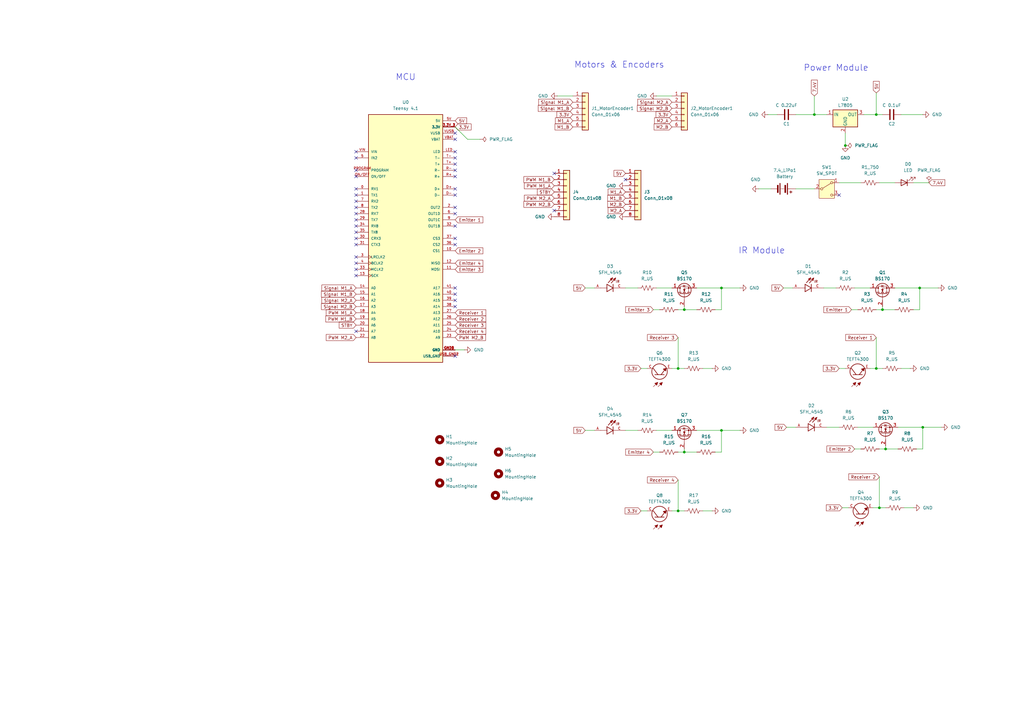
<source format=kicad_sch>
(kicad_sch (version 20250114) (generator "eeschema") (generator_version "9.0")
  (paper "A3")
  (lib_symbols
    (symbol "Connector_Generic:Conn_01x06" (pin_names (offset 1.016) (hide yes))
      (property "Reference" "J" (at 0 7.62 0))
      (property "Value" "Conn_01x06" (at 0 -10.16 0))
      (symbol "Conn_01x06_1_1"
        (pin passive line (at -5.08 5.08 0) (length 3.81) (name "Pin_1") (number "1"))
        (pin passive line (at -5.08 2.54 0) (length 3.81) (name "Pin_2") (number "2"))
        (pin passive line (at -5.08 0 0) (length 3.81) (name "Pin_3") (number "3"))
        (pin passive line (at -5.08 -2.54 0) (length 3.81) (name "Pin_4") (number "4"))
        (pin passive line (at -5.08 -5.08 0) (length 3.81) (name "Pin_5") (number "5"))
        (pin passive line (at -5.08 -7.62 0) (length 3.81) (name "Pin_6") (number "6"))
      )
    )
    (symbol "Connector_Generic:Conn_01x08" (pin_names (offset 1.016) (hide yes))
      (property "Reference" "J" (at 0 10.16 0))
      (property "Value" "Conn_01x08" (at 0 -12.7 0))
      (symbol "Conn_01x08_1_1"
        (pin passive line (at -5.08 7.62 0) (length 3.81) (name "Pin_1") (number "1"))
        (pin passive line (at -5.08 5.08 0) (length 3.81) (name "Pin_2") (number "2"))
        (pin passive line (at -5.08 2.54 0) (length 3.81) (name "Pin_3") (number "3"))
        (pin passive line (at -5.08 0 0) (length 3.81) (name "Pin_4") (number "4"))
        (pin passive line (at -5.08 -2.54 0) (length 3.81) (name "Pin_5") (number "5"))
        (pin passive line (at -5.08 -5.08 0) (length 3.81) (name "Pin_6") (number "6"))
        (pin passive line (at -5.08 -7.62 0) (length 3.81) (name "Pin_7") (number "7"))
        (pin passive line (at -5.08 -10.16 0) (length 3.81) (name "Pin_8") (number "8"))
      )
    )
    (symbol "Device:Battery" (pin_numbers (hide yes)) (pin_names (offset 0) (hide yes))
      (property "Reference" "BT" (at 2.54 2.54 0))
      (property "Value" "Battery" (at 2.54 0 0))
      (symbol "Battery_1_1"
        (pin passive line (at 0 5.08 270) (length 2.54) (name "+") (number "1"))
        (pin passive line (at 0 -5.08 90) (length 2.54) (name "-") (number "2"))
      )
    )
    (symbol "Device:C" (pin_numbers (hide yes)) (pin_names (offset 0.254))
      (property "Reference" "C" (at 0.635 2.54 0))
      (property "Value" "C" (at 0.635 -2.54 0))
      (symbol "C_1_1"
        (pin passive line (at 0 3.81 270) (length 2.794) (name "~") (number "1"))
        (pin passive line (at 0 -3.81 90) (length 2.794) (name "~") (number "2"))
      )
    )
    (symbol "Device:LED" (pin_numbers (hide yes)) (pin_names (offset 1.016) (hide yes))
      (property "Reference" "D" (at 0 2.54 0))
      (property "Value" "LED" (at 0 -2.54 0))
      (symbol "LED_1_1"
        (pin passive line (at -3.81 0 0) (length 2.54) (name "K") (number "1"))
        (pin passive line (at 3.81 0 180) (length 2.54) (name "A") (number "2"))
      )
    )
    (symbol "Device:R_US" (pin_numbers (hide yes)) (pin_names (offset 0))
      (property "Reference" "R" (at 2.54 0 90))
      (property "Value" "R_US" (at -2.54 0 90))
      (symbol "R_US_1_1"
        (pin passive line (at 0 3.81 270) (length 1.27) (name "~") (number "1"))
        (pin passive line (at 0 -3.81 90) (length 1.27) (name "~") (number "2"))
      )
    )
    (symbol "Mechanical:MountingHole" (pin_names (offset 1.016)) (in_bom no)
      (property "Reference" "H" (at 0 5.08 0))
      (property "Value" "MountingHole" (at 0 3.175 0))
    )
    (symbol "Regulator_Linear:L7805" (pin_names (offset 0.254))
      (property "Reference" "U" (at -3.81 3.175 0))
      (property "Value" "L7805" (at 0 3.175 0))
      (symbol "L7805_1_1"
        (pin power_in line (at -7.62 0 0) (length 2.54) (name "IN") (number "1"))
        (pin power_in line (at 0 -7.62 90) (length 2.54) (name "GND") (number "2"))
        (pin power_out line (at 7.62 0 180) (length 2.54) (name "OUT") (number "3"))
      )
    )
    (symbol "SFH_4545:SFH_4545" (pin_names (offset 1.016))
      (property "Reference" "D" (at -3.556 4.826 0))
      (property "Value" "SFH_4545" (at -3.556 -3.302 0))
      (symbol "SFH_4545_0_0"
        (text "IR" (at 1.016 2.032 0) (effects (font (size 1.016 1.016)) (justify left bottom)))
        (pin passive line (at -7.62 0 0) (length 2.54) (name "~") (number "A"))
        (pin passive line (at 5.08 0 180) (length 5.08) (name "~") (number "C"))
      )
    )
    (symbol "Switch:SW_SPDT" (pin_names (offset 0) (hide yes))
      (property "Reference" "SW" (at 0 5.08 0))
      (property "Value" "SW_SPDT" (at 0 -5.08 0))
      (symbol "SW_SPDT_1_1"
        (pin passive line (at -5.08 0 0) (length 2.54) (name "B") (number "2"))
        (pin passive line (at 5.08 2.54 180) (length 2.54) (name "A") (number "1"))
        (pin passive line (at 5.08 -2.54 180) (length 2.54) (name "C") (number "3"))
      )
    )
    (symbol "TEFT4300:TEFT4300" (pin_names (offset 1.016))
      (property "Reference" "Q" (at -10.1556 5.0822 0))
      (property "Value" "TEFT4300" (at -10.1508 -7.62 0))
      (symbol "TEFT4300_0_0"
        (pin passive line (at 2.54 5.08 270) (length 2.54) (name "~") (number "C"))
        (pin passive line (at 2.54 -5.08 90) (length 2.54) (name "~") (number "E"))
      )
    )
    (symbol "Teensy 4.1:DEV-16771" (pin_names (offset 1.016))
      (property "Reference" "U" (at -15.24 52.07 0))
      (property "Value" "DEV-16771" (at -15.24 -53.34 0))
      (symbol "DEV-16771_0_0"
        (pin input line (at -20.32 35.56 0) (length 5.08) (name "VIN") (number "VIN"))
        (pin bidirectional line (at -20.32 33.02 0) (length 5.08) (name "IN2") (number "5"))
        (pin bidirectional line (at -20.32 27.94 0) (length 5.08) (name "PROGRAM") (number "PROGRAM"))
        (pin bidirectional line (at -20.32 25.4 0) (length 5.08) (name "ON/OFF") (number "ON/OFF"))
        (pin bidirectional line (at -20.32 20.32 0) (length 5.08) (name "RX1") (number "0"))
        (pin bidirectional line (at -20.32 17.78 0) (length 5.08) (name "TX1") (number "1"))
        (pin bidirectional line (at -20.32 15.24 0) (length 5.08) (name "RX2") (number "7"))
        (pin bidirectional line (at -20.32 12.7 0) (length 5.08) (name "TX2") (number "8"))
        (pin bidirectional line (at -20.32 10.16 0) (length 5.08) (name "RX7") (number "28"))
        (pin bidirectional line (at -20.32 7.62 0) (length 5.08) (name "TX7") (number "29"))
        (pin bidirectional line (at -20.32 5.08 0) (length 5.08) (name "RX8") (number "34"))
        (pin bidirectional line (at -20.32 2.54 0) (length 5.08) (name "TX8") (number "35"))
        (pin bidirectional line (at -20.32 0 0) (length 5.08) (name "CRX3") (number "30"))
        (pin bidirectional line (at -20.32 -2.54 0) (length 5.08) (name "CTX3") (number "31"))
        (pin bidirectional clock (at -20.32 -7.62 0) (length 5.08) (name "LRCLK2") (number "3"))
        (pin bidirectional clock (at -20.32 -10.16 0) (length 5.08) (name "BCLK2") (number "4"))
        (pin bidirectional clock (at -20.32 -12.7 0) (length 5.08) (name "MCLK2") (number "33"))
        (pin bidirectional clock (at -20.32 -15.24 0) (length 5.08) (name "SCK") (number "13"))
        (pin bidirectional line (at -20.32 -20.32 0) (length 5.08) (name "A0") (number "14"))
        (pin bidirectional line (at -20.32 -22.86 0) (length 5.08) (name "A1") (number "15"))
        (pin bidirectional line (at -20.32 -25.4 0) (length 5.08) (name "A2") (number "16"))
        (pin bidirectional line (at -20.32 -27.94 0) (length 5.08) (name "A3") (number "17"))
        (pin bidirectional line (at -20.32 -30.48 0) (length 5.08) (name "A4") (number "18"))
        (pin bidirectional line (at -20.32 -33.02 0) (length 5.08) (name "A5") (number "19"))
        (pin bidirectional line (at -20.32 -35.56 0) (length 5.08) (name "A6") (number "20"))
        (pin bidirectional line (at -20.32 -38.1 0) (length 5.08) (name "A7") (number "21"))
        (pin bidirectional line (at -20.32 -40.64 0) (length 5.08) (name "A8") (number "22"))
        (pin power_in line (at 20.32 48.26 180) (length 5.08) (name "5V") (number "5V"))
        (pin power_in line (at 20.32 45.72 180) (length 5.08) (name "3.3V") (number "3.3V_1"))
        (pin power_in line (at 20.32 45.72 180) (length 5.08) (name "3.3V") (number "3.3V_2"))
        (pin power_in line (at 20.32 45.72 180) (length 5.08) (name "3.3V") (number "3.3V_3"))
        (pin passive line (at 20.32 43.18 180) (length 5.08) (name "VUSB") (number "VUSB"))
        (pin passive line (at 20.32 40.64 180) (length 5.08) (name "VBAT") (number "VBAT"))
        (pin bidirectional line (at 20.32 35.56 180) (length 5.08) (name "LED") (number "LED"))
        (pin bidirectional line (at 20.32 33.02 180) (length 5.08) (name "T-") (number "T-"))
        (pin bidirectional line (at 20.32 30.48 180) (length 5.08) (name "T+") (number "T+"))
        (pin bidirectional line (at 20.32 27.94 180) (length 5.08) (name "R-") (number "R-"))
        (pin bidirectional line (at 20.32 25.4 180) (length 5.08) (name "R+") (number "R+"))
        (pin bidirectional line (at 20.32 20.32 180) (length 5.08) (name "D+") (number "D+"))
        (pin bidirectional line (at 20.32 17.78 180) (length 5.08) (name "D-") (number "D-"))
        (pin output line (at 20.32 12.7 180) (length 5.08) (name "OUT2") (number "2"))
        (pin output line (at 20.32 10.16 180) (length 5.08) (name "OUT1D") (number "6"))
        (pin output line (at 20.32 7.62 180) (length 5.08) (name "OUT1C") (number "9"))
        (pin output line (at 20.32 5.08 180) (length 5.08) (name "OUT1B") (number "32"))
        (pin bidirectional line (at 20.32 0 180) (length 5.08) (name "CS3") (number "37"))
        (pin bidirectional line (at 20.32 -2.54 180) (length 5.08) (name "CS2") (number "36"))
        (pin bidirectional line (at 20.32 -5.08 180) (length 5.08) (name "CS1") (number "10"))
        (pin bidirectional line (at 20.32 -10.16 180) (length 5.08) (name "MISO") (number "12"))
        (pin bidirectional line (at 20.32 -12.7 180) (length 5.08) (name "MOSI") (number "11"))
        (pin bidirectional line (at 20.32 -20.32 180) (length 5.08) (name "A17") (number "41"))
        (pin bidirectional line (at 20.32 -22.86 180) (length 5.08) (name "A16") (number "40"))
        (pin bidirectional line (at 20.32 -25.4 180) (length 5.08) (name "A15") (number "39"))
        (pin bidirectional line (at 20.32 -27.94 180) (length 5.08) (name "A14") (number "38"))
        (pin bidirectional line (at 20.32 -30.48 180) (length 5.08) (name "A13") (number "27"))
        (pin bidirectional line (at 20.32 -33.02 180) (length 5.08) (name "A12") (number "26"))
        (pin bidirectional line (at 20.32 -35.56 180) (length 5.08) (name "A11") (number "25"))
        (pin bidirectional line (at 20.32 -38.1 180) (length 5.08) (name "A10") (number "24"))
        (pin bidirectional line (at 20.32 -40.64 180) (length 5.08) (name "A9") (number "23"))
        (pin power_in line (at 20.32 -45.72 180) (length 5.08) (name "GND") (number "GND1"))
        (pin power_in line (at 20.32 -45.72 180) (length 5.08) (name "GND") (number "GND2"))
        (pin power_in line (at 20.32 -45.72 180) (length 5.08) (name "GND") (number "GND3"))
        (pin power_in line (at 20.32 -45.72 180) (length 5.08) (name "GND") (number "GND4"))
        (pin power_in line (at 20.32 -45.72 180) (length 5.08) (name "GND") (number "GND5"))
        (pin power_in line (at 20.32 -48.26 180) (length 5.08) (name "USB_GND") (number "USB_GND1"))
        (pin power_in line (at 20.32 -48.26 180) (length 5.08) (name "USB_GND") (number "USB_GND2"))
      )
    )
    (symbol "Transistor_FET:BS170" (pin_names (hide yes))
      (property "Reference" "Q" (at 5.08 1.905 0))
      (property "Value" "BS170" (at 5.08 0 0))
      (symbol "BS170_1_1"
        (pin input line (at -5.08 0 0) (length 2.54) (name "G") (number "2"))
        (pin passive line (at 2.54 5.08 270) (length 2.54) (name "D") (number "1"))
        (pin passive line (at 2.54 -5.08 90) (length 2.54) (name "S") (number "3"))
      )
    )
    (symbol "power:GND" (power) (pin_numbers (hide yes)) (pin_names (offset 0) (hide yes))
      (property "Value" "GND" (at 0 -3.81 0))
      (symbol "GND_1_1"
        (pin power_in line (at 0 0 270) (length 0) (name "~") (number "1"))
      )
    )
    (symbol "power:PWR_FLAG" (power) (pin_numbers (hide yes)) (pin_names (offset 0) (hide yes))
      (property "Value" "PWR_FLAG" (at 0 3.81 0))
      (symbol "PWR_FLAG_0_0"
        (pin power_out line (at 0 0 90) (length 0) (name "~") (number "1"))
      )
    )
  )
  (text "Power Module" (at 342.9 27.94 0) (effects (font (size 2.54 2.54))))
  (text "IR Module" (at 312.42 102.87 0) (effects (font (size 2.54 2.54))))
  (text "MCU" (at 166.37 31.75 0) (effects (font (size 2.54 2.54))))
  (text "Motors & Encoders\n" (at 254 26.67 0) (effects (font (size 2.54 2.54))))
  (junction (at 295.91 118.11))
  (junction (at 295.91 176.53))
  (junction (at 363.22 184.15))
  (junction (at 360.68 208.28))
  (junction (at 334.01 46.99))
  (junction (at 361.95 127))
  (junction (at 280.67 185.42))
  (junction (at 278.13 151.13))
  (junction (at 359.41 46.99))
  (junction (at 378.46 175.26))
  (junction (at 346.71 59.69))
  (junction (at 377.19 118.11))
  (junction (at 278.13 209.55))
  (junction (at 359.41 151.13))
  (junction (at 280.67 127))
  (no_connect (at 186.69 123.19))
  (no_connect (at 146.05 92.71))
  (no_connect (at 146.05 64.77))
  (no_connect (at 344.17 80.01))
  (no_connect (at 186.69 64.77))
  (no_connect (at 146.05 80.01))
  (no_connect (at 186.69 77.47))
  (no_connect (at 186.69 67.31))
  (no_connect (at 186.69 54.61))
  (no_connect (at 146.05 100.33))
  (no_connect (at 146.05 90.17))
  (no_connect (at 186.69 87.63))
  (no_connect (at 186.69 92.71))
  (no_connect (at 146.05 97.79))
  (no_connect (at 146.05 69.85))
  (no_connect (at 146.05 72.39))
  (no_connect (at 146.05 135.89))
  (no_connect (at 186.69 85.09))
  (no_connect (at 186.69 62.23))
  (no_connect (at 186.69 146.05))
  (no_connect (at 146.05 113.03))
  (no_connect (at 146.05 107.95))
  (no_connect (at 146.05 85.09))
  (no_connect (at 146.05 82.55))
  (no_connect (at 146.05 105.41))
  (no_connect (at 186.69 57.15))
  (no_connect (at 146.05 95.25))
  (no_connect (at 186.69 97.79))
  (no_connect (at 256.54 73.66))
  (no_connect (at 227.33 71.12))
  (no_connect (at 186.69 80.01))
  (no_connect (at 146.05 77.47))
  (no_connect (at 227.33 86.36))
  (no_connect (at 186.69 120.65))
  (no_connect (at 146.05 62.23))
  (no_connect (at 186.69 125.73))
  (no_connect (at 186.69 118.11))
  (no_connect (at 146.05 110.49))
  (no_connect (at 186.69 100.33))
  (no_connect (at 186.69 69.85))
  (no_connect (at 186.69 72.39))
  (no_connect (at 146.05 87.63))
  (wire (pts (xy 334.01 39.37) (xy 334.01 46.99)))
  (wire (pts (xy 270.51 185.42) (xy 267.97 185.42)))
  (wire (pts (xy 293.37 185.42) (xy 295.91 185.42)))
  (wire (pts (xy 375.92 184.15) (xy 378.46 184.15)))
  (wire (pts (xy 359.41 151.13) (xy 361.95 151.13)))
  (wire (pts (xy 186.69 52.07) (xy 191.77 57.15)))
  (wire (pts (xy 345.44 208.28) (xy 347.98 208.28)))
  (wire (pts (xy 285.75 118.11) (xy 295.91 118.11)))
  (wire (pts (xy 356.87 151.13) (xy 359.41 151.13)))
  (wire (pts (xy 378.46 175.26) (xy 386.08 175.26)))
  (wire (pts (xy 359.41 46.99) (xy 361.95 46.99)))
  (wire (pts (xy 295.91 176.53) (xy 303.53 176.53)))
  (wire (pts (xy 288.29 209.55) (xy 292.1 209.55)))
  (wire (pts (xy 240.03 176.53) (xy 243.84 176.53)))
  (wire (pts (xy 280.67 127) (xy 278.13 127)))
  (wire (pts (xy 363.22 184.15) (xy 360.68 184.15)))
  (wire (pts (xy 278.13 138.43) (xy 278.13 151.13)))
  (wire (pts (xy 293.37 127) (xy 295.91 127)))
  (wire (pts (xy 361.95 127) (xy 367.03 127)))
  (wire (pts (xy 278.13 151.13) (xy 280.67 151.13)))
  (wire (pts (xy 269.24 176.53) (xy 275.59 176.53)))
  (wire (pts (xy 269.24 39.37) (xy 275.59 39.37)))
  (wire (pts (xy 295.91 118.11) (xy 303.53 118.11)))
  (wire (pts (xy 360.68 195.58) (xy 360.68 208.28)))
  (wire (pts (xy 270.51 127) (xy 267.97 127)))
  (wire (pts (xy 334.01 46.99) (xy 339.09 46.99)))
  (wire (pts (xy 358.14 208.28) (xy 360.68 208.28)))
  (wire (pts (xy 285.75 176.53) (xy 295.91 176.53)))
  (wire (pts (xy 280.67 127) (xy 285.75 127)))
  (wire (pts (xy 280.67 185.42) (xy 285.75 185.42)))
  (wire (pts (xy 377.19 118.11) (xy 377.19 127)))
  (wire (pts (xy 275.59 151.13) (xy 278.13 151.13)))
  (wire (pts (xy 367.03 118.11) (xy 377.19 118.11)))
  (wire (pts (xy 280.67 185.42) (xy 278.13 185.42)))
  (wire (pts (xy 346.71 59.69) (xy 346.71 54.61)))
  (wire (pts (xy 337.82 118.11) (xy 342.9 118.11)))
  (wire (pts (xy 311.15 77.47) (xy 316.23 77.47)))
  (wire (pts (xy 374.65 127) (xy 377.19 127)))
  (wire (pts (xy 288.29 151.13) (xy 292.1 151.13)))
  (wire (pts (xy 295.91 176.53) (xy 295.91 185.42)))
  (wire (pts (xy 344.17 151.13) (xy 346.71 151.13)))
  (wire (pts (xy 228.6 39.37) (xy 234.95 39.37)))
  (wire (pts (xy 322.58 175.26) (xy 326.39 175.26)))
  (wire (pts (xy 353.06 184.15) (xy 350.52 184.15)))
  (wire (pts (xy 359.41 138.43) (xy 359.41 151.13)))
  (wire (pts (xy 361.95 127) (xy 359.41 127)))
  (wire (pts (xy 186.69 143.51) (xy 190.5 143.51)))
  (wire (pts (xy 240.03 118.11) (xy 243.84 118.11)))
  (wire (pts (xy 326.39 77.47) (xy 334.01 77.47)))
  (wire (pts (xy 369.57 46.99) (xy 378.46 46.99)))
  (wire (pts (xy 378.46 175.26) (xy 378.46 184.15)))
  (wire (pts (xy 360.68 74.93) (xy 367.03 74.93)))
  (wire (pts (xy 280.67 125.73) (xy 280.67 127)))
  (wire (pts (xy 256.54 176.53) (xy 261.62 176.53)))
  (wire (pts (xy 368.3 175.26) (xy 378.46 175.26)))
  (wire (pts (xy 262.89 209.55) (xy 265.43 209.55)))
  (wire (pts (xy 374.65 74.93) (xy 381 74.93)))
  (wire (pts (xy 321.31 118.11) (xy 325.12 118.11)))
  (wire (pts (xy 318.77 46.99) (xy 314.96 46.99)))
  (wire (pts (xy 275.59 209.55) (xy 278.13 209.55)))
  (wire (pts (xy 262.89 151.13) (xy 265.43 151.13)))
  (wire (pts (xy 191.77 57.15) (xy 196.85 57.15)))
  (wire (pts (xy 377.19 118.11) (xy 384.81 118.11)))
  (wire (pts (xy 339.09 175.26) (xy 344.17 175.26)))
  (wire (pts (xy 350.52 118.11) (xy 356.87 118.11)))
  (wire (pts (xy 280.67 184.15) (xy 280.67 185.42)))
  (wire (pts (xy 369.57 151.13) (xy 373.38 151.13)))
  (wire (pts (xy 351.79 127) (xy 349.25 127)))
  (wire (pts (xy 269.24 118.11) (xy 275.59 118.11)))
  (wire (pts (xy 370.84 208.28) (xy 374.65 208.28)))
  (wire (pts (xy 363.22 184.15) (xy 368.3 184.15)))
  (wire (pts (xy 354.33 46.99) (xy 359.41 46.99)))
  (wire (pts (xy 351.79 175.26) (xy 358.14 175.26)))
  (wire (pts (xy 326.39 46.99) (xy 334.01 46.99)))
  (wire (pts (xy 359.41 38.1) (xy 359.41 46.99)))
  (wire (pts (xy 363.22 182.88) (xy 363.22 184.15)))
  (wire (pts (xy 278.13 196.85) (xy 278.13 209.55)))
  (wire (pts (xy 360.68 208.28) (xy 363.22 208.28)))
  (wire (pts (xy 278.13 209.55) (xy 280.67 209.55)))
  (wire (pts (xy 361.95 125.73) (xy 361.95 127)))
  (wire (pts (xy 295.91 118.11) (xy 295.91 127)))
  (wire (pts (xy 344.17 74.93) (xy 353.06 74.93)))
  (wire (pts (xy 256.54 118.11) (xy 261.62 118.11)))
  (global_label "Signal M1_A" (shape input) (at 146.05 118.11 180) (property "Intersheetrefs" "${INTERSHEET_REFS}" (effects (hide yes))))
  (global_label "M2_A" (shape input) (at 256.54 86.36 180) (property "Intersheetrefs" "${INTERSHEET_REFS}" (effects (hide yes))))
  (global_label "5V" (shape input) (at 256.54 71.12 180) (property "Intersheetrefs" "${INTERSHEET_REFS}" (effects (hide yes))))
  (global_label "Receiver 2" (shape input) (at 360.68 195.58 180) (property "Intersheetrefs" "${INTERSHEET_REFS}" (effects (hide yes))))
  (global_label "Receiver 4" (shape input) (at 186.69 135.89 0) (property "Intersheetrefs" "${INTERSHEET_REFS}" (effects (hide yes))))
  (global_label "3.3V" (shape input) (at 344.17 151.13 180) (property "Intersheetrefs" "${INTERSHEET_REFS}" (effects (hide yes))))
  (global_label "3.3V" (shape input) (at 262.89 151.13 180) (property "Intersheetrefs" "${INTERSHEET_REFS}" (effects (hide yes))))
  (global_label "PWM M2_A" (shape input) (at 146.05 138.43 180) (property "Intersheetrefs" "${INTERSHEET_REFS}" (effects (hide yes))))
  (global_label "M1_B" (shape input) (at 234.95 52.07 180) (property "Intersheetrefs" "${INTERSHEET_REFS}" (effects (hide yes))))
  (global_label "3.3V" (shape input) (at 275.59 46.99 180) (property "Intersheetrefs" "${INTERSHEET_REFS}" (effects (hide yes))))
  (global_label "Signal M2_A" (shape input) (at 146.05 123.19 180) (property "Intersheetrefs" "${INTERSHEET_REFS}" (effects (hide yes))))
  (global_label "Emitter 3" (shape input) (at 267.97 127 180) (property "Intersheetrefs" "${INTERSHEET_REFS}" (effects (hide yes))))
  (global_label "PWM M2_B" (shape input) (at 227.33 83.82 180) (property "Intersheetrefs" "${INTERSHEET_REFS}" (effects (hide yes))))
  (global_label "Receiver 1" (shape input) (at 359.41 138.43 180) (property "Intersheetrefs" "${INTERSHEET_REFS}" (effects (hide yes))))
  (global_label "5V" (shape input) (at 240.03 118.11 180) (property "Intersheetrefs" "${INTERSHEET_REFS}" (effects (hide yes))))
  (global_label "Signal M1_B" (shape input) (at 146.05 120.65 180) (property "Intersheetrefs" "${INTERSHEET_REFS}" (effects (hide yes))))
  (global_label "M2_B" (shape input) (at 275.59 52.07 180) (property "Intersheetrefs" "${INTERSHEET_REFS}" (effects (hide yes))))
  (global_label "PWM M2_B" (shape input) (at 186.69 138.43 0) (property "Intersheetrefs" "${INTERSHEET_REFS}" (effects (hide yes))))
  (global_label "5V" (shape input) (at 186.69 49.53 0) (property "Intersheetrefs" "${INTERSHEET_REFS}" (effects (hide yes))))
  (global_label "STBY" (shape input) (at 146.05 133.35 180) (property "Intersheetrefs" "${INTERSHEET_REFS}" (effects (hide yes))))
  (global_label "M1_B" (shape input) (at 256.54 81.28 180) (property "Intersheetrefs" "${INTERSHEET_REFS}" (effects (hide yes))))
  (global_label "5V" (shape input) (at 240.03 176.53 180) (property "Intersheetrefs" "${INTERSHEET_REFS}" (effects (hide yes))))
  (global_label "M1_A" (shape input) (at 256.54 78.74 180) (property "Intersheetrefs" "${INTERSHEET_REFS}" (effects (hide yes))))
  (global_label "7.4V" (shape input) (at 334.01 39.37 90) (property "Intersheetrefs" "${INTERSHEET_REFS}" (effects (hide yes))))
  (global_label "Emitter 3" (shape input) (at 186.69 110.49 0) (property "Intersheetrefs" "${INTERSHEET_REFS}" (effects (hide yes))))
  (global_label "PWM M1_B" (shape input) (at 227.33 73.66 180) (property "Intersheetrefs" "${INTERSHEET_REFS}" (effects (hide yes))))
  (global_label "3.3V" (shape input) (at 262.89 209.55 180) (property "Intersheetrefs" "${INTERSHEET_REFS}" (effects (hide yes))))
  (global_label "3.3V" (shape input) (at 345.44 208.28 180) (property "Intersheetrefs" "${INTERSHEET_REFS}" (effects (hide yes))))
  (global_label "Signal M1_B" (shape input) (at 234.95 44.45 180) (property "Intersheetrefs" "${INTERSHEET_REFS}" (effects (hide yes))))
  (global_label "Emitter 4" (shape input) (at 186.69 107.95 0) (property "Intersheetrefs" "${INTERSHEET_REFS}" (effects (hide yes))))
  (global_label "M2_A" (shape input) (at 275.59 49.53 180) (property "Intersheetrefs" "${INTERSHEET_REFS}" (effects (hide yes))))
  (global_label "5V" (shape input) (at 359.41 38.1 90) (property "Intersheetrefs" "${INTERSHEET_REFS}" (effects (hide yes))))
  (global_label "3.3V" (shape input) (at 234.95 46.99 180) (property "Intersheetrefs" "${INTERSHEET_REFS}" (effects (hide yes))))
  (global_label "Signal M2_B" (shape input) (at 146.05 125.73 180) (property "Intersheetrefs" "${INTERSHEET_REFS}" (effects (hide yes))))
  (global_label "PWM M1_A" (shape input) (at 146.05 128.27 180) (property "Intersheetrefs" "${INTERSHEET_REFS}" (effects (hide yes))))
  (global_label "M2_B" (shape input) (at 256.54 83.82 180) (property "Intersheetrefs" "${INTERSHEET_REFS}" (effects (hide yes))))
  (global_label "Receiver 2" (shape input) (at 186.69 130.81 0) (property "Intersheetrefs" "${INTERSHEET_REFS}" (effects (hide yes))))
  (global_label "Emitter 1" (shape input) (at 349.25 127 180) (property "Intersheetrefs" "${INTERSHEET_REFS}" (effects (hide yes))))
  (global_label "Signal M2_B" (shape input) (at 275.59 44.45 180) (property "Intersheetrefs" "${INTERSHEET_REFS}" (effects (hide yes))))
  (global_label "Receiver 1" (shape input) (at 186.69 128.27 0) (property "Intersheetrefs" "${INTERSHEET_REFS}" (effects (hide yes))))
  (global_label "3.3V" (shape input) (at 186.69 52.07 0) (property "Intersheetrefs" "${INTERSHEET_REFS}" (effects (hide yes))))
  (global_label "PWM M2_A" (shape input) (at 227.33 81.28 180) (property "Intersheetrefs" "${INTERSHEET_REFS}" (effects (hide yes))))
  (global_label "M1_A" (shape input) (at 234.95 49.53 180) (property "Intersheetrefs" "${INTERSHEET_REFS}" (effects (hide yes))))
  (global_label "Emitter 1" (shape input) (at 186.69 90.17 0) (property "Intersheetrefs" "${INTERSHEET_REFS}" (effects (hide yes))))
  (global_label "Receiver 4" (shape input) (at 278.13 196.85 180) (property "Intersheetrefs" "${INTERSHEET_REFS}" (effects (hide yes))))
  (global_label "Receiver 3" (shape input) (at 278.13 138.43 180) (property "Intersheetrefs" "${INTERSHEET_REFS}" (effects (hide yes))))
  (global_label "Signal M2_A" (shape input) (at 275.59 41.91 180) (property "Intersheetrefs" "${INTERSHEET_REFS}" (effects (hide yes))))
  (global_label "PWM M1_B" (shape input) (at 146.05 130.81 180) (property "Intersheetrefs" "${INTERSHEET_REFS}" (effects (hide yes))))
  (global_label "Receiver 3" (shape input) (at 186.69 133.35 0) (property "Intersheetrefs" "${INTERSHEET_REFS}" (effects (hide yes))))
  (global_label "5V" (shape input) (at 322.58 175.26 180) (property "Intersheetrefs" "${INTERSHEET_REFS}" (effects (hide yes))))
  (global_label "Signal M1_A" (shape input) (at 234.95 41.91 180) (property "Intersheetrefs" "${INTERSHEET_REFS}" (effects (hide yes))))
  (global_label "Emitter 2" (shape input) (at 350.52 184.15 180) (property "Intersheetrefs" "${INTERSHEET_REFS}" (effects (hide yes))))
  (global_label "Emitter 4" (shape input) (at 267.97 185.42 180) (property "Intersheetrefs" "${INTERSHEET_REFS}" (effects (hide yes))))
  (global_label "5V" (shape input) (at 321.31 118.11 180) (property "Intersheetrefs" "${INTERSHEET_REFS}" (effects (hide yes))))
  (global_label "Emitter 2" (shape input) (at 186.69 102.87 0) (property "Intersheetrefs" "${INTERSHEET_REFS}" (effects (hide yes))))
  (global_label "7.4V" (shape input) (at 381 74.93 0) (property "Intersheetrefs" "${INTERSHEET_REFS}" (effects (hide yes))))
  (global_label "PWM M1_A" (shape input) (at 227.33 76.2 180) (property "Intersheetrefs" "${INTERSHEET_REFS}" (effects (hide yes))))
  (global_label "STBY" (shape input) (at 227.33 78.74 180) (property "Intersheetrefs" "${INTERSHEET_REFS}" (effects (hide yes))))
  (symbol (lib_id "power:PWR_FLAG") (at 381 74.93 0) (unit 1)
    (property "Reference" "#FLG01" (effects (hide yes)))
    (property "Value" "PWR_FLAG" (at 381 69.85 0))
    (property "Description" "Special symbol for telling ERC where power comes from" (effects (hide yes)))
  )
  (symbol (lib_id "TEFT4300:TEFT4300") (at 353.06 210.82 90) (unit 1)
    (property "Reference" "Q4" (at 353.06 201.93 90))
    (property "Value" "TEFT4300" (at 353.06 204.47 90))
    (property "Footprint" "TEFT4300:XDCR_TEFT4300" (effects (hide yes)))
    (property "MF" "Vishay Semiconductor" (effects (hide yes)))
    (property "MAXIMUM_PACKAGE_HEIGHT" "6.10mm" (effects (hide yes)))
    (property "PACKAGE" "Radial Vishay" (effects (hide yes)))
    (property "Price" "None" (effects (hide yes)))
    (property "Package" "None" (effects (hide yes)))
    (property "Check_prices" "https://www.snapeda.com/parts/TEFT4300/Vishay/view-part/?ref=eda" (effects (hide yes)))
    (property "SnapEDA_Link" "https://www.snapeda.com/parts/TEFT4300/Vishay/view-part/?ref=snap" (effects (hide yes)))
    (property "MP" "TEFT4300" (effects (hide yes)))
    (property "Availability" "In Stock" (effects (hide yes)))
    (property "Description_1" "Phototransistors 925nm Top View Radial, 3mm Dia (T-1)" (effects (hide yes)))
  )
  (symbol (lib_id "Device:C") (at 365.76 46.99 90) (unit 1)
    (property "Reference" "C2" (at 365.76 50.8 90))
    (property "Value" "C 0.1uF" (at 365.76 43.18 90))
    (property "Footprint" "Capacitor_SMD:C_1206_3216Metric_Pad1.33x1.80mm_HandSolder" (effects (hide yes)))
    (property "Description" "Unpolarized capacitor" (effects (hide yes)))
  )
  (symbol (lib_id "power:GND") (at 378.46 46.99 90) (unit 1)
    (property "Reference" "#PWR03" (effects (hide yes)))
    (property "Value" "GND" (at 382.27 46.9899 90) (effects (justify right)))
    (property "Description" "Power symbol creates a global label with name \"GND\" , ground" (effects (hide yes)))
  )
  (symbol (lib_id "Device:LED") (at 370.84 74.93 180) (unit 1)
    (property "Reference" "D0" (at 372.4275 67.31 0))
    (property "Value" "LED" (at 372.4275 69.85 0))
    (property "Footprint" "LED_THT:LED_D5.0mm" (effects (hide yes)))
    (property "Description" "Light emitting diode" (effects (hide yes)))
    (property "Sim.Pins" "1=K 2=A" (effects (hide yes)))
  )
  (symbol (lib_id "Device:R_US") (at 289.56 127 90) (unit 1)
    (property "Reference" "R12" (at 289.56 120.65 90))
    (property "Value" "R_US" (at 289.56 123.19 90))
    (property "Footprint" "Resistor_SMD:R_1206_3216Metric_Pad1.30x1.75mm_HandSolder" (effects (hide yes)))
    (property "Description" "Resistor, US symbol" (effects (hide yes)))
  )
  (symbol (lib_id "power:GND") (at 346.71 59.69 0) (unit 1)
    (property "Reference" "#PWR01" (effects (hide yes)))
    (property "Value" "GND" (at 346.71 64.77 0))
    (property "Description" "Power symbol creates a global label with name \"GND\" , ground" (effects (hide yes)))
  )
  (symbol (lib_id "power:GND") (at 190.5 143.51 90) (unit 1)
    (property "Reference" "#PWR05" (effects (hide yes)))
    (property "Value" "GND" (at 194.31 143.5099 90) (effects (justify right)))
    (property "Description" "Power symbol creates a global label with name \"GND\" , ground" (effects (hide yes)))
  )
  (symbol (lib_id "Device:R_US") (at 284.48 151.13 90) (unit 1)
    (property "Reference" "R13" (at 284.48 144.78 90))
    (property "Value" "R_US" (at 284.48 147.32 90))
    (property "Footprint" "Resistor_SMD:R_1206_3216Metric_Pad1.30x1.75mm_HandSolder" (effects (hide yes)))
    (property "Description" "Resistor, US symbol" (effects (hide yes)))
  )
  (symbol (lib_id "Device:R_US") (at 346.71 118.11 90) (unit 1)
    (property "Reference" "R2" (at 346.71 111.76 90))
    (property "Value" "R_US" (at 346.71 114.3 90))
    (property "Footprint" "Resistor_SMD:R_1206_3216Metric_Pad1.30x1.75mm_HandSolder" (effects (hide yes)))
    (property "Description" "Resistor, US symbol" (effects (hide yes)))
  )
  (symbol (lib_id "Device:R_US") (at 372.11 184.15 90) (unit 1)
    (property "Reference" "R8" (at 372.11 177.8 90))
    (property "Value" "R_US" (at 372.11 180.34 90))
    (property "Footprint" "Resistor_SMD:R_1206_3216Metric_Pad1.30x1.75mm_HandSolder" (effects (hide yes)))
    (property "Description" "Resistor, US symbol" (effects (hide yes)))
  )
  (symbol (lib_id "Device:R_US") (at 274.32 185.42 90) (unit 1)
    (property "Reference" "R15" (at 274.32 179.07 90))
    (property "Value" "R_US" (at 274.32 181.61 90))
    (property "Footprint" "Resistor_SMD:R_1206_3216Metric_Pad1.30x1.75mm_HandSolder" (effects (hide yes)))
    (property "Description" "Resistor, US symbol" (effects (hide yes)))
  )
  (symbol (lib_id "Switch:SW_SPDT") (at 339.09 77.47 0) (unit 1)
    (property "Reference" "SW1" (at 339.09 68.58 0))
    (property "Value" "SW_SPDT" (at 339.09 71.12 0))
    (property "Footprint" "Connector_PinHeader_2.54mm:PinHeader_1x03_P2.54mm_Vertical" (effects (hide yes)))
    (property "Description" "Switch, single pole double throw" (effects (hide yes)))
  )
  (symbol (lib_id "SFH_4545:SFH_4545") (at 251.46 118.11 0) (unit 1)
    (property "Reference" "D3" (at 250.2287 109.22 0))
    (property "Value" "SFH_4545" (at 250.2287 111.76 0))
    (property "Footprint" "SFH_4545:DIO_SFH_4545" (effects (hide yes)))
    (property "MF" "OSRAM Opto" (effects (hide yes)))
    (property "Description_1" "Infrared (IR) Emitter 950nm 1.5V 100mA 550mW/sr @ 100mA 10° Radial" (effects (hide yes)))
    (property "Package" "None" (effects (hide yes)))
    (property "Price" "None" (effects (hide yes)))
    (property "Check_prices" "https://www.snapeda.com/parts/SFH%204545/OSRAM/view-part/?ref=eda" (effects (hide yes)))
    (property "STANDARD" "Manufacturer Recommendations" (effects (hide yes)))
    (property "PARTREV" "1.5" (effects (hide yes)))
    (property "SnapEDA_Link" "https://www.snapeda.com/parts/SFH%204545/OSRAM/view-part/?ref=snap" (effects (hide yes)))
    (property "MP" "SFH 4545" (effects (hide yes)))
    (property "Availability" "In Stock" (effects (hide yes)))
    (property "MANUFACTURER" "OSRAM" (effects (hide yes)))
  )
  (symbol (lib_id "Device:R_US") (at 265.43 118.11 90) (unit 1)
    (property "Reference" "R10" (at 265.43 111.76 90))
    (property "Value" "R_US" (at 265.43 114.3 90))
    (property "Footprint" "Resistor_SMD:R_1206_3216Metric_Pad1.30x1.75mm_HandSolder" (effects (hide yes)))
    (property "Description" "Resistor, US symbol" (effects (hide yes)))
  )
  (symbol (lib_id "Transistor_FET:BS170") (at 280.67 179.07 90) (unit 1)
    (property "Reference" "Q7" (at 280.67 170.18 90))
    (property "Value" "BS170" (at 280.67 172.72 90))
    (property "Footprint" "Package_TO_SOT_THT:TO-92_Inline" (effects (hide yes)))
    (property "Datasheet" "https://www.onsemi.com/pub/Collateral/BS170-D.PDF" (effects (hide yes)))
    (property "Description" "0.5A Id, 60V Vds, N-Channel MOSFET, TO-92" (effects (hide yes)))
  )
  (symbol (lib_id "Device:R_US") (at 370.84 127 90) (unit 1)
    (property "Reference" "R4" (at 370.84 120.65 90))
    (property "Value" "R_US" (at 370.84 123.19 90))
    (property "Footprint" "Resistor_SMD:R_1206_3216Metric_Pad1.30x1.75mm_HandSolder" (effects (hide yes)))
    (property "Description" "Resistor, US symbol" (effects (hide yes)))
  )
  (symbol (lib_id "power:GND") (at 227.33 88.9 270) (unit 1)
    (property "Reference" "#PWR019" (effects (hide yes)))
    (property "Value" "GND" (at 223.52 88.8999 90) (effects (justify right)))
    (property "Description" "Power symbol creates a global label with name \"GND\" , ground" (effects (hide yes)))
  )
  (symbol (lib_id "Connector_Generic:Conn_01x06") (at 240.03 44.45 0) (unit 1)
    (property "Reference" "J1_MotorEncoder1" (at 242.57 44.4499 0) (effects (justify left)))
    (property "Value" "Conn_01x06" (at 242.57 46.9899 0) (effects (justify left)))
    (property "Footprint" "Connector_PinSocket_2.54mm:PinSocket_1x06_P2.54mm_Vertical" (effects (hide yes)))
    (property "Description" "Generic connector, single row, 01x06, script generated (kicad-library-utils/schlib/autogen/connector/)" (effects (hide yes)))
  )
  (symbol (lib_id "power:GND") (at 256.54 76.2 270) (unit 1)
    (property "Reference" "#PWR021" (effects (hide yes)))
    (property "Value" "GND" (at 252.73 76.1999 90) (effects (justify right)))
    (property "Description" "Power symbol creates a global label with name \"GND\" , ground" (effects (hide yes)))
  )
  (symbol (lib_id "Mechanical:MountingHole") (at 180.34 180.34 0) (unit 1) (in_bom no)
    (property "Reference" "H1" (at 182.88 179.0699 0) (effects (justify left)))
    (property "Value" "MountingHole" (at 182.88 181.6099 0) (effects (justify left)))
    (property "Footprint" "MountingHole:MountingHole_4.3mm_M4" (effects (hide yes)))
    (property "Description" "Mounting Hole without connection" (effects (hide yes)))
  )
  (symbol (lib_id "power:GND") (at 256.54 88.9 270) (unit 1)
    (property "Reference" "#PWR020" (effects (hide yes)))
    (property "Value" "GND" (at 252.73 88.8999 90) (effects (justify right)))
    (property "Description" "Power symbol creates a global label with name \"GND\" , ground" (effects (hide yes)))
  )
  (symbol (lib_id "Regulator_Linear:L7805") (at 346.71 46.99 0) (unit 1)
    (property "Reference" "U2" (at 346.71 40.64 0))
    (property "Value" "L7805" (at 346.71 43.18 0))
    (property "Footprint" "Package_TO_SOT_THT:TO-220-3_Vertical" (effects (hide yes)))
    (property "Datasheet" "http://www.st.com/content/ccc/resource/technical/document/datasheet/41/4f/b3/b0/12/d4/47/88/CD00000444.pdf/files/CD00000444.pdf/jcr:content/translations/en.CD00000444.pdf" (effects (hide yes)))
    (property "Description" "Positive 1.5A 35V Linear Regulator, Fixed Output 5V, TO-220/TO-263/TO-252" (effects (hide yes)))
  )
  (symbol (lib_id "SFH_4545:SFH_4545") (at 332.74 118.11 0) (unit 1)
    (property "Reference" "D1" (at 331.5087 109.22 0))
    (property "Value" "SFH_4545" (at 331.5087 111.76 0))
    (property "Footprint" "SFH_4545:DIO_SFH_4545" (effects (hide yes)))
    (property "MF" "OSRAM Opto" (effects (hide yes)))
    (property "Description_1" "Infrared (IR) Emitter 950nm 1.5V 100mA 550mW/sr @ 100mA 10° Radial" (effects (hide yes)))
    (property "Package" "None" (effects (hide yes)))
    (property "Price" "None" (effects (hide yes)))
    (property "Check_prices" "https://www.snapeda.com/parts/SFH%204545/OSRAM/view-part/?ref=eda" (effects (hide yes)))
    (property "STANDARD" "Manufacturer Recommendations" (effects (hide yes)))
    (property "PARTREV" "1.5" (effects (hide yes)))
    (property "SnapEDA_Link" "https://www.snapeda.com/parts/SFH%204545/OSRAM/view-part/?ref=snap" (effects (hide yes)))
    (property "MP" "SFH 4545" (effects (hide yes)))
    (property "Availability" "In Stock" (effects (hide yes)))
    (property "MANUFACTURER" "OSRAM" (effects (hide yes)))
  )
  (symbol (lib_id "SFH_4545:SFH_4545") (at 251.46 176.53 0) (unit 1)
    (property "Reference" "D4" (at 250.2287 167.64 0))
    (property "Value" "SFH_4545" (at 250.2287 170.18 0))
    (property "Footprint" "SFH_4545:DIO_SFH_4545" (effects (hide yes)))
    (property "MF" "OSRAM Opto" (effects (hide yes)))
    (property "Description_1" "Infrared (IR) Emitter 950nm 1.5V 100mA 550mW/sr @ 100mA 10° Radial" (effects (hide yes)))
    (property "Package" "None" (effects (hide yes)))
    (property "Price" "None" (effects (hide yes)))
    (property "Check_prices" "https://www.snapeda.com/parts/SFH%204545/OSRAM/view-part/?ref=eda" (effects (hide yes)))
    (property "STANDARD" "Manufacturer Recommendations" (effects (hide yes)))
    (property "PARTREV" "1.5" (effects (hide yes)))
    (property "SnapEDA_Link" "https://www.snapeda.com/parts/SFH%204545/OSRAM/view-part/?ref=snap" (effects (hide yes)))
    (property "MP" "SFH 4545" (effects (hide yes)))
    (property "Availability" "In Stock" (effects (hide yes)))
    (property "MANUFACTURER" "OSRAM" (effects (hide yes)))
  )
  (symbol (lib_id "Teensy 4.1:DEV-16771") (at 166.37 97.79 0) (unit 1)
    (property "Reference" "U0" (at 166.37 41.91 0))
    (property "Value" "Teensy 4.1" (at 166.37 44.45 0))
    (property "Footprint" "DEV-16771:MODULE_DEV-16771" (effects (hide yes)))
    (property "MF" "SparkFun Electronics" (effects (hide yes)))
    (property "MAXIMUM_PACKAGE_HEIGHT" "4.07mm" (effects (hide yes)))
    (property "Package" "None" (effects (hide yes)))
    (property "Price" "None" (effects (hide yes)))
    (property "Check_prices" "https://www.snapeda.com/parts/DEV-16771/SparkFun/view-part/?ref=eda" (effects (hide yes)))
    (property "STANDARD" "Manufacturer recommendations" (effects (hide yes)))
    (property "PARTREV" "4.1" (effects (hide yes)))
    (property "SnapEDA_Link" "https://www.snapeda.com/parts/DEV-16771/SparkFun/view-part/?ref=snap" (effects (hide yes)))
    (property "MP" "DEV-16771" (effects (hide yes)))
    (property "Description_1" "RT1062 Teensy 4.1 series ARM® Cortex®-M7 MPU Embedded Evaluation Board" (effects (hide yes)))
    (property "Availability" "In Stock" (effects (hide yes)))
    (property "MANUFACTURER" "SparkFun Electronics" (effects (hide yes)))
  )
  (symbol (lib_id "power:GND") (at 303.53 118.11 90) (unit 1)
    (property "Reference" "#PWR011" (effects (hide yes)))
    (property "Value" "GND" (at 307.34 118.1099 90) (effects (justify right)))
    (property "Description" "Power symbol creates a global label with name \"GND\" , ground" (effects (hide yes)))
  )
  (symbol (lib_id "Device:R_US") (at 274.32 127 90) (unit 1)
    (property "Reference" "R11" (at 274.32 120.65 90))
    (property "Value" "R_US" (at 274.32 123.19 90))
    (property "Footprint" "Resistor_SMD:R_1206_3216Metric_Pad1.30x1.75mm_HandSolder" (effects (hide yes)))
    (property "Description" "Resistor, US symbol" (effects (hide yes)))
  )
  (symbol (lib_id "Mechanical:MountingHole") (at 203.2 203.2 0) (unit 1) (in_bom no)
    (property "Reference" "H4" (at 205.74 201.9299 0) (effects (justify left)))
    (property "Value" "MountingHole" (at 205.74 204.4699 0) (effects (justify left)))
    (property "Footprint" "MountingHole:MountingHole_4.3mm_M4" (effects (hide yes)))
    (property "Description" "Mounting Hole without connection" (effects (hide yes)))
  )
  (symbol (lib_id "SFH_4545:SFH_4545") (at 334.01 175.26 0) (unit 1)
    (property "Reference" "D2" (at 332.7787 166.37 0))
    (property "Value" "SFH_4545" (at 332.7787 168.91 0))
    (property "Footprint" "SFH_4545:DIO_SFH_4545" (effects (hide yes)))
    (property "MF" "OSRAM Opto" (effects (hide yes)))
    (property "Description_1" "Infrared (IR) Emitter 950nm 1.5V 100mA 550mW/sr @ 100mA 10° Radial" (effects (hide yes)))
    (property "Package" "None" (effects (hide yes)))
    (property "Price" "None" (effects (hide yes)))
    (property "Check_prices" "https://www.snapeda.com/parts/SFH%204545/OSRAM/view-part/?ref=eda" (effects (hide yes)))
    (property "STANDARD" "Manufacturer Recommendations" (effects (hide yes)))
    (property "PARTREV" "1.5" (effects (hide yes)))
    (property "SnapEDA_Link" "https://www.snapeda.com/parts/SFH%204545/OSRAM/view-part/?ref=snap" (effects (hide yes)))
    (property "MP" "SFH 4545" (effects (hide yes)))
    (property "Availability" "In Stock" (effects (hide yes)))
    (property "MANUFACTURER" "OSRAM" (effects (hide yes)))
  )
  (symbol (lib_id "Device:Battery") (at 321.31 77.47 270) (unit 1)
    (property "Reference" "7.4_LiPo1" (at 321.8815 69.85 90))
    (property "Value" "Battery" (at 321.8815 72.39 90))
    (property "Footprint" "Connector_PinHeader_2.54mm:PinHeader_1x02_P2.54mm_Vertical" (effects (hide yes)))
    (property "Description" "Multiple-cell battery" (effects (hide yes)))
  )
  (symbol (lib_id "power:PWR_FLAG") (at 196.85 57.15 270) (unit 1)
    (property "Reference" "#FLG02" (effects (hide yes)))
    (property "Value" "PWR_FLAG" (at 200.66 57.1499 90) (effects (justify left)))
    (property "Description" "Special symbol for telling ERC where power comes from" (effects (hide yes)))
  )
  (symbol (lib_id "TEFT4300:TEFT4300") (at 270.51 153.67 90) (unit 1)
    (property "Reference" "Q6" (at 270.51 144.78 90))
    (property "Value" "TEFT4300" (at 270.51 147.32 90))
    (property "Footprint" "TEFT4300:XDCR_TEFT4300" (effects (hide yes)))
    (property "MF" "Vishay Semiconductor" (effects (hide yes)))
    (property "MAXIMUM_PACKAGE_HEIGHT" "6.10mm" (effects (hide yes)))
    (property "PACKAGE" "Radial Vishay" (effects (hide yes)))
    (property "Price" "None" (effects (hide yes)))
    (property "Package" "None" (effects (hide yes)))
    (property "Check_prices" "https://www.snapeda.com/parts/TEFT4300/Vishay/view-part/?ref=eda" (effects (hide yes)))
    (property "SnapEDA_Link" "https://www.snapeda.com/parts/TEFT4300/Vishay/view-part/?ref=snap" (effects (hide yes)))
    (property "MP" "TEFT4300" (effects (hide yes)))
    (property "Availability" "In Stock" (effects (hide yes)))
    (property "Description_1" "Phototransistors 925nm Top View Radial, 3mm Dia (T-1)" (effects (hide yes)))
  )
  (symbol (lib_id "Connector_Generic:Conn_01x06") (at 280.67 44.45 0) (unit 1)
    (property "Reference" "J2_MotorEncoder1" (at 283.21 44.4499 0) (effects (justify left)))
    (property "Value" "Conn_01x06" (at 283.21 46.9899 0) (effects (justify left)))
    (property "Footprint" "Connector_PinSocket_2.54mm:PinSocket_1x06_P2.54mm_Vertical" (effects (hide yes)))
    (property "Description" "Generic connector, single row, 01x06, script generated (kicad-library-utils/schlib/autogen/connector/)" (effects (hide yes)))
  )
  (symbol (lib_id "power:GND") (at 314.96 46.99 270) (unit 1)
    (property "Reference" "#PWR02" (effects (hide yes)))
    (property "Value" "GND" (at 311.15 46.9901 90) (effects (justify right)))
    (property "Description" "Power symbol creates a global label with name \"GND\" , ground" (effects (hide yes)))
  )
  (symbol (lib_id "TEFT4300:TEFT4300") (at 270.51 212.09 90) (unit 1)
    (property "Reference" "Q8" (at 270.51 203.2 90))
    (property "Value" "TEFT4300" (at 270.51 205.74 90))
    (property "Footprint" "TEFT4300:XDCR_TEFT4300" (effects (hide yes)))
    (property "MF" "Vishay Semiconductor" (effects (hide yes)))
    (property "MAXIMUM_PACKAGE_HEIGHT" "6.10mm" (effects (hide yes)))
    (property "PACKAGE" "Radial Vishay" (effects (hide yes)))
    (property "Price" "None" (effects (hide yes)))
    (property "Package" "None" (effects (hide yes)))
    (property "Check_prices" "https://www.snapeda.com/parts/TEFT4300/Vishay/view-part/?ref=eda" (effects (hide yes)))
    (property "SnapEDA_Link" "https://www.snapeda.com/parts/TEFT4300/Vishay/view-part/?ref=snap" (effects (hide yes)))
    (property "MP" "TEFT4300" (effects (hide yes)))
    (property "Availability" "In Stock" (effects (hide yes)))
    (property "Description_1" "Phototransistors 925nm Top View Radial, 3mm Dia (T-1)" (effects (hide yes)))
  )
  (symbol (lib_id "Device:R_US") (at 289.56 185.42 90) (unit 1)
    (property "Reference" "R16" (at 289.56 179.07 90))
    (property "Value" "R_US" (at 289.56 181.61 90))
    (property "Footprint" "Resistor_SMD:R_1206_3216Metric_Pad1.30x1.75mm_HandSolder" (effects (hide yes)))
    (property "Description" "Resistor, US symbol" (effects (hide yes)))
  )
  (symbol (lib_id "power:GND") (at 228.6 39.37 270) (unit 1)
    (property "Reference" "#PWR018" (effects (hide yes)))
    (property "Value" "GND" (at 224.79 39.3699 90) (effects (justify right)))
    (property "Description" "Power symbol creates a global label with name \"GND\" , ground" (effects (hide yes)))
  )
  (symbol (lib_id "power:PWR_FLAG") (at 346.71 59.69 270) (mirror x) (unit 1)
    (property "Reference" "#FLG03" (effects (hide yes)))
    (property "Value" "PWR_FLAG" (at 350.52 59.6899 90) (effects (justify left)))
    (property "Description" "Special symbol for telling ERC where power comes from" (effects (hide yes)))
  )
  (symbol (lib_id "power:GND") (at 269.24 39.37 270) (unit 1)
    (property "Reference" "#PWR016" (effects (hide yes)))
    (property "Value" "GND" (at 265.43 39.3699 90) (effects (justify right)))
    (property "Description" "Power symbol creates a global label with name \"GND\" , ground" (effects (hide yes)))
  )
  (symbol (lib_id "Transistor_FET:BS170") (at 280.67 120.65 90) (unit 1)
    (property "Reference" "Q5" (at 280.67 111.76 90))
    (property "Value" "BS170" (at 280.67 114.3 90))
    (property "Footprint" "Package_TO_SOT_THT:TO-92_Inline" (effects (hide yes)))
    (property "Datasheet" "https://www.onsemi.com/pub/Collateral/BS170-D.PDF" (effects (hide yes)))
    (property "Description" "0.5A Id, 60V Vds, N-Channel MOSFET, TO-92" (effects (hide yes)))
  )
  (symbol (lib_id "Device:R_US") (at 365.76 151.13 90) (unit 1)
    (property "Reference" "R5" (at 365.76 144.78 90))
    (property "Value" "R_US" (at 365.76 147.32 90))
    (property "Footprint" "Resistor_SMD:R_1206_3216Metric_Pad1.30x1.75mm_HandSolder" (effects (hide yes)))
    (property "Description" "Resistor, US symbol" (effects (hide yes)))
  )
  (symbol (lib_id "power:GND") (at 374.65 208.28 90) (unit 1)
    (property "Reference" "#PWR012" (effects (hide yes)))
    (property "Value" "GND" (at 378.46 208.2799 90) (effects (justify right)))
    (property "Description" "Power symbol creates a global label with name \"GND\" , ground" (effects (hide yes)))
  )
  (symbol (lib_id "Mechanical:MountingHole") (at 180.34 198.12 0) (unit 1) (in_bom no)
    (property "Reference" "H3" (at 182.88 196.8499 0) (effects (justify left)))
    (property "Value" "MountingHole" (at 182.88 199.3899 0) (effects (justify left)))
    (property "Footprint" "MountingHole:MountingHole_4.3mm_M4" (effects (hide yes)))
    (property "Description" "Mounting Hole without connection" (effects (hide yes)))
  )
  (symbol (lib_id "Transistor_FET:BS170") (at 363.22 177.8 90) (unit 1)
    (property "Reference" "Q3" (at 363.22 168.91 90))
    (property "Value" "BS170" (at 363.22 171.45 90))
    (property "Footprint" "Package_TO_SOT_THT:TO-92_Inline" (effects (hide yes)))
    (property "Datasheet" "https://www.onsemi.com/pub/Collateral/BS170-D.PDF" (effects (hide yes)))
    (property "Description" "0.5A Id, 60V Vds, N-Channel MOSFET, TO-92" (effects (hide yes)))
  )
  (symbol (lib_id "Mechanical:MountingHole") (at 180.34 189.23 0) (unit 1) (in_bom no)
    (property "Reference" "H2" (at 182.88 187.9599 0) (effects (justify left)))
    (property "Value" "MountingHole" (at 182.88 190.4999 0) (effects (justify left)))
    (property "Footprint" "MountingHole:MountingHole_4.3mm_M4" (effects (hide yes)))
    (property "Description" "Mounting Hole without connection" (effects (hide yes)))
  )
  (symbol (lib_id "power:GND") (at 303.53 176.53 90) (unit 1)
    (property "Reference" "#PWR015" (effects (hide yes)))
    (property "Value" "GND" (at 307.34 176.5299 90) (effects (justify right)))
    (property "Description" "Power symbol creates a global label with name \"GND\" , ground" (effects (hide yes)))
  )
  (symbol (lib_id "Transistor_FET:BS170") (at 361.95 120.65 90) (unit 1)
    (property "Reference" "Q1" (at 361.95 111.76 90))
    (property "Value" "BS170" (at 361.95 114.3 90))
    (property "Footprint" "Package_TO_SOT_THT:TO-92_Inline" (effects (hide yes)))
    (property "Datasheet" "https://www.onsemi.com/pub/Collateral/BS170-D.PDF" (effects (hide yes)))
    (property "Description" "0.5A Id, 60V Vds, N-Channel MOSFET, TO-92" (effects (hide yes)))
  )
  (symbol (lib_id "Connector_Generic:Conn_01x08") (at 261.62 78.74 0) (unit 1)
    (property "Reference" "J3" (at 264.16 78.7399 0) (effects (justify left)))
    (property "Value" "Conn_01x08" (at 264.16 81.2799 0) (effects (justify left)))
    (property "Footprint" "Connector_PinSocket_2.54mm:PinSocket_1x08_P2.54mm_Vertical" (effects (hide yes)))
    (property "Description" "Generic connector, single row, 01x08, script generated (kicad-library-utils/schlib/autogen/connector/)" (effects (hide yes)))
  )
  (symbol (lib_id "power:GND") (at 292.1 209.55 90) (unit 1)
    (property "Reference" "#PWR014" (effects (hide yes)))
    (property "Value" "GND" (at 295.91 209.5499 90) (effects (justify right)))
    (property "Description" "Power symbol creates a global label with name \"GND\" , ground" (effects (hide yes)))
  )
  (symbol (lib_id "Device:R_US") (at 356.87 74.93 90) (unit 1)
    (property "Reference" "R1_750" (at 356.87 68.58 90))
    (property "Value" "R_US" (at 356.87 71.12 90))
    (property "Footprint" "Resistor_SMD:R_1206_3216Metric_Pad1.30x1.75mm_HandSolder" (effects (hide yes)))
    (property "Description" "Resistor, US symbol" (effects (hide yes)))
  )
  (symbol (lib_id "Device:R_US") (at 284.48 209.55 90) (unit 1)
    (property "Reference" "R17" (at 284.48 203.2 90))
    (property "Value" "R_US" (at 284.48 205.74 90))
    (property "Footprint" "Resistor_SMD:R_1206_3216Metric_Pad1.30x1.75mm_HandSolder" (effects (hide yes)))
    (property "Description" "Resistor, US symbol" (effects (hide yes)))
  )
  (symbol (lib_id "power:GND") (at 373.38 151.13 90) (unit 1)
    (property "Reference" "#PWR010" (effects (hide yes)))
    (property "Value" "GND" (at 377.19 151.1299 90) (effects (justify right)))
    (property "Description" "Power symbol creates a global label with name \"GND\" , ground" (effects (hide yes)))
  )
  (symbol (lib_id "Device:R_US") (at 265.43 176.53 90) (unit 1)
    (property "Reference" "R14" (at 265.43 170.18 90))
    (property "Value" "R_US" (at 265.43 172.72 90))
    (property "Footprint" "Resistor_SMD:R_1206_3216Metric_Pad1.30x1.75mm_HandSolder" (effects (hide yes)))
    (property "Description" "Resistor, US symbol" (effects (hide yes)))
  )
  (symbol (lib_id "Device:R_US") (at 356.87 184.15 90) (unit 1)
    (property "Reference" "R7" (at 356.87 177.8 90))
    (property "Value" "R_US" (at 356.87 180.34 90))
    (property "Footprint" "Resistor_SMD:R_1206_3216Metric_Pad1.30x1.75mm_HandSolder" (effects (hide yes)))
    (property "Description" "Resistor, US symbol" (effects (hide yes)))
  )
  (symbol (lib_id "Mechanical:MountingHole") (at 204.47 185.42 0) (unit 1) (in_bom no)
    (property "Reference" "H5" (at 207.01 184.1499 0) (effects (justify left)))
    (property "Value" "MountingHole" (at 207.01 186.6899 0) (effects (justify left)))
    (property "Footprint" "MountingHole:MountingHole_4.3mm_M4" (effects (hide yes)))
    (property "Description" "Mounting Hole without connection" (effects (hide yes)))
  )
  (symbol (lib_id "power:GND") (at 311.15 77.47 270) (unit 1)
    (property "Reference" "#PWR06" (effects (hide yes)))
    (property "Value" "GND" (at 309.88 73.66 90))
    (property "Description" "Power symbol creates a global label with name \"GND\" , ground" (effects (hide yes)))
  )
  (symbol (lib_id "power:GND") (at 386.08 175.26 90) (unit 1)
    (property "Reference" "#PWR013" (effects (hide yes)))
    (property "Value" "GND" (at 389.89 175.2599 90) (effects (justify right)))
    (property "Description" "Power symbol creates a global label with name \"GND\" , ground" (effects (hide yes)))
  )
  (symbol (lib_id "TEFT4300:TEFT4300") (at 351.79 153.67 90) (unit 1)
    (property "Reference" "Q2" (at 351.79 144.78 90))
    (property "Value" "TEFT4300" (at 351.79 147.32 90))
    (property "Footprint" "TEFT4300:XDCR_TEFT4300" (effects (hide yes)))
    (property "MF" "Vishay Semiconductor" (effects (hide yes)))
    (property "MAXIMUM_PACKAGE_HEIGHT" "6.10mm" (effects (hide yes)))
    (property "PACKAGE" "Radial Vishay" (effects (hide yes)))
    (property "Price" "None" (effects (hide yes)))
    (property "Package" "None" (effects (hide yes)))
    (property "Check_prices" "https://www.snapeda.com/parts/TEFT4300/Vishay/view-part/?ref=eda" (effects (hide yes)))
    (property "SnapEDA_Link" "https://www.snapeda.com/parts/TEFT4300/Vishay/view-part/?ref=snap" (effects (hide yes)))
    (property "MP" "TEFT4300" (effects (hide yes)))
    (property "Availability" "In Stock" (effects (hide yes)))
    (property "Description_1" "Phototransistors 925nm Top View Radial, 3mm Dia (T-1)" (effects (hide yes)))
  )
  (symbol (lib_id "Mechanical:MountingHole") (at 204.47 194.31 0) (unit 1) (in_bom no)
    (property "Reference" "H6" (at 207.01 193.0399 0) (effects (justify left)))
    (property "Value" "MountingHole" (at 207.01 195.5799 0) (effects (justify left)))
    (property "Footprint" "MountingHole:MountingHole_4.3mm_M4" (effects (hide yes)))
    (property "Description" "Mounting Hole without connection" (effects (hide yes)))
  )
  (symbol (lib_id "Device:R_US") (at 367.03 208.28 90) (unit 1)
    (property "Reference" "R9" (at 367.03 201.93 90))
    (property "Value" "R_US" (at 367.03 204.47 90))
    (property "Footprint" "Resistor_SMD:R_1206_3216Metric_Pad1.30x1.75mm_HandSolder" (effects (hide yes)))
    (property "Description" "Resistor, US symbol" (effects (hide yes)))
  )
  (symbol (lib_id "Device:C") (at 322.58 46.99 270) (unit 1)
    (property "Reference" "C1" (at 322.58 50.8 90))
    (property "Value" "C 0.22uF" (at 322.58 43.18 90))
    (property "Footprint" "Capacitor_SMD:C_1206_3216Metric_Pad1.33x1.80mm_HandSolder" (effects (hide yes)))
    (property "Description" "Unpolarized capacitor" (effects (hide yes)))
  )
  (symbol (lib_id "power:GND") (at 292.1 151.13 90) (unit 1)
    (property "Reference" "#PWR09" (effects (hide yes)))
    (property "Value" "GND" (at 295.91 151.1299 90) (effects (justify right)))
    (property "Description" "Power symbol creates a global label with name \"GND\" , ground" (effects (hide yes)))
  )
  (symbol (lib_id "Device:R_US") (at 347.98 175.26 90) (unit 1)
    (property "Reference" "R6" (at 347.98 168.91 90))
    (property "Value" "R_US" (at 347.98 171.45 90))
    (property "Footprint" "Resistor_SMD:R_1206_3216Metric_Pad1.30x1.75mm_HandSolder" (effects (hide yes)))
    (property "Description" "Resistor, US symbol" (effects (hide yes)))
  )
  (symbol (lib_id "Device:R_US") (at 355.6 127 90) (unit 1)
    (property "Reference" "R3" (at 355.6 120.65 90))
    (property "Value" "R_US" (at 355.6 123.19 90))
    (property "Footprint" "Resistor_SMD:R_1206_3216Metric_Pad1.30x1.75mm_HandSolder" (effects (hide yes)))
    (property "Description" "Resistor, US symbol" (effects (hide yes)))
  )
  (symbol (lib_id "power:GND") (at 384.81 118.11 90) (unit 1)
    (property "Reference" "#PWR08" (effects (hide yes)))
    (property "Value" "GND" (at 388.62 118.1099 90) (effects (justify right)))
    (property "Description" "Power symbol creates a global label with name \"GND\" , ground" (effects (hide yes)))
  )
  (symbol (lib_id "Connector_Generic:Conn_01x08") (at 232.41 78.74 0) (unit 1)
    (property "Reference" "J4" (at 234.95 78.7399 0) (effects (justify left)))
    (property "Value" "Conn_01x08" (at 234.95 81.2799 0) (effects (justify left)))
    (property "Footprint" "Connector_PinSocket_2.54mm:PinSocket_1x08_P2.54mm_Vertical" (effects (hide yes)))
    (property "Description" "Generic connector, single row, 01x08, script generated (kicad-library-utils/schlib/autogen/connector/)" (effects (hide yes)))
  )
)
</source>
